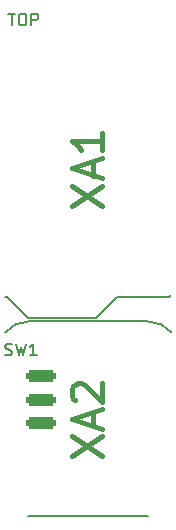
<source format=gto>
G04 #@! TF.GenerationSoftware,KiCad,Pcbnew,7.0.6*
G04 #@! TF.CreationDate,2023-09-07T09:30:42-03:00*
G04 #@! TF.ProjectId,Lift Switch,4c696674-2053-4776-9974-63682e6b6963,rev?*
G04 #@! TF.SameCoordinates,Original*
G04 #@! TF.FileFunction,Legend,Top*
G04 #@! TF.FilePolarity,Positive*
%FSLAX46Y46*%
G04 Gerber Fmt 4.6, Leading zero omitted, Abs format (unit mm)*
G04 Created by KiCad (PCBNEW 7.0.6) date 2023-09-07 09:30:42*
%MOMM*%
%LPD*%
G01*
G04 APERTURE LIST*
G04 Aperture macros list*
%AMRoundRect*
0 Rectangle with rounded corners*
0 $1 Rounding radius*
0 $2 $3 $4 $5 $6 $7 $8 $9 X,Y pos of 4 corners*
0 Add a 4 corners polygon primitive as box body*
4,1,4,$2,$3,$4,$5,$6,$7,$8,$9,$2,$3,0*
0 Add four circle primitives for the rounded corners*
1,1,$1+$1,$2,$3*
1,1,$1+$1,$4,$5*
1,1,$1+$1,$6,$7*
1,1,$1+$1,$8,$9*
0 Add four rect primitives between the rounded corners*
20,1,$1+$1,$2,$3,$4,$5,0*
20,1,$1+$1,$4,$5,$6,$7,0*
20,1,$1+$1,$6,$7,$8,$9,0*
20,1,$1+$1,$8,$9,$2,$3,0*%
%AMOutline5P*
0 Free polygon, 5 corners , with rotation*
0 The origin of the aperture is its center*
0 number of corners: always 5*
0 $1 to $10 corner X, Y*
0 $11 Rotation angle, in degrees counterclockwise*
0 create outline with 5 corners*
4,1,5,$1,$2,$3,$4,$5,$6,$7,$8,$9,$10,$1,$2,$11*%
%AMOutline6P*
0 Free polygon, 6 corners , with rotation*
0 The origin of the aperture is its center*
0 number of corners: always 6*
0 $1 to $12 corner X, Y*
0 $13 Rotation angle, in degrees counterclockwise*
0 create outline with 6 corners*
4,1,6,$1,$2,$3,$4,$5,$6,$7,$8,$9,$10,$11,$12,$1,$2,$13*%
%AMOutline7P*
0 Free polygon, 7 corners , with rotation*
0 The origin of the aperture is its center*
0 number of corners: always 7*
0 $1 to $14 corner X, Y*
0 $15 Rotation angle, in degrees counterclockwise*
0 create outline with 7 corners*
4,1,7,$1,$2,$3,$4,$5,$6,$7,$8,$9,$10,$11,$12,$13,$14,$1,$2,$15*%
%AMOutline8P*
0 Free polygon, 8 corners , with rotation*
0 The origin of the aperture is its center*
0 number of corners: always 8*
0 $1 to $16 corner X, Y*
0 $17 Rotation angle, in degrees counterclockwise*
0 create outline with 8 corners*
4,1,8,$1,$2,$3,$4,$5,$6,$7,$8,$9,$10,$11,$12,$13,$14,$15,$16,$1,$2,$17*%
G04 Aperture macros list end*
%ADD10C,0.150000*%
%ADD11C,0.381000*%
%ADD12C,1.930400*%
%ADD13Outline8P,-0.965200X0.482600X-0.482600X0.965200X0.482600X0.965200X0.965200X0.482600X0.965200X-0.482600X0.482600X-0.965200X-0.482600X-0.965200X-0.965200X-0.482600X270.000000*%
%ADD14C,1.778000*%
%ADD15C,3.200000*%
%ADD16C,2.200000*%
%ADD17C,1.800000*%
%ADD18C,2.800000*%
%ADD19RoundRect,0.250000X-1.000000X-0.250000X1.000000X-0.250000X1.000000X0.250000X-1.000000X0.250000X0*%
%ADD20C,1.600000*%
%ADD21O,1.600000X1.600000*%
%ADD22R,1.600000X1.600000*%
%ADD23O,2.000000X1.000000*%
%ADD24C,2.000000*%
%ADD25C,2.300000*%
%ADD26O,1.500000X2.000000*%
G04 APERTURE END LIST*
D10*
X141655779Y-104043385D02*
G75*
G03*
X139700000Y-103124000I-1954779J-1618415D01*
G01*
X129540000Y-103123974D02*
G75*
G03*
X127584201Y-104043369I-1000J-2537826D01*
G01*
X129540000Y-102870000D02*
X127762000Y-101092000D01*
X129540000Y-103124000D02*
X139700000Y-103124000D01*
X135255000Y-102870000D02*
X129540000Y-102870000D01*
X127762000Y-101092000D02*
X127584200Y-101092000D01*
X141478000Y-101092000D02*
X137033000Y-101092000D01*
X137033000Y-101092000D02*
X135255000Y-102870000D01*
X141478000Y-101092000D02*
X141655800Y-100914200D01*
X129540000Y-119634000D02*
X139700000Y-119634000D01*
X127849476Y-77051819D02*
X128420904Y-77051819D01*
X128135190Y-78051819D02*
X128135190Y-77051819D01*
X128944714Y-77051819D02*
X129135190Y-77051819D01*
X129135190Y-77051819D02*
X129230428Y-77099438D01*
X129230428Y-77099438D02*
X129325666Y-77194676D01*
X129325666Y-77194676D02*
X129373285Y-77385152D01*
X129373285Y-77385152D02*
X129373285Y-77718485D01*
X129373285Y-77718485D02*
X129325666Y-77908961D01*
X129325666Y-77908961D02*
X129230428Y-78004200D01*
X129230428Y-78004200D02*
X129135190Y-78051819D01*
X129135190Y-78051819D02*
X128944714Y-78051819D01*
X128944714Y-78051819D02*
X128849476Y-78004200D01*
X128849476Y-78004200D02*
X128754238Y-77908961D01*
X128754238Y-77908961D02*
X128706619Y-77718485D01*
X128706619Y-77718485D02*
X128706619Y-77385152D01*
X128706619Y-77385152D02*
X128754238Y-77194676D01*
X128754238Y-77194676D02*
X128849476Y-77099438D01*
X128849476Y-77099438D02*
X128944714Y-77051819D01*
X129801857Y-78051819D02*
X129801857Y-77051819D01*
X129801857Y-77051819D02*
X130182809Y-77051819D01*
X130182809Y-77051819D02*
X130278047Y-77099438D01*
X130278047Y-77099438D02*
X130325666Y-77147057D01*
X130325666Y-77147057D02*
X130373285Y-77242295D01*
X130373285Y-77242295D02*
X130373285Y-77385152D01*
X130373285Y-77385152D02*
X130325666Y-77480390D01*
X130325666Y-77480390D02*
X130278047Y-77528009D01*
X130278047Y-77528009D02*
X130182809Y-77575628D01*
X130182809Y-77575628D02*
X129801857Y-77575628D01*
D11*
X133235240Y-114523761D02*
X135775240Y-112830428D01*
X133235240Y-112830428D02*
X135775240Y-114523761D01*
X135049526Y-111983761D02*
X135049526Y-110774237D01*
X135775240Y-112225666D02*
X133235240Y-111378999D01*
X133235240Y-111378999D02*
X135775240Y-110532332D01*
X133477145Y-109806618D02*
X133356192Y-109685666D01*
X133356192Y-109685666D02*
X133235240Y-109443761D01*
X133235240Y-109443761D02*
X133235240Y-108838999D01*
X133235240Y-108838999D02*
X133356192Y-108597094D01*
X133356192Y-108597094D02*
X133477145Y-108476142D01*
X133477145Y-108476142D02*
X133719049Y-108355189D01*
X133719049Y-108355189D02*
X133960954Y-108355189D01*
X133960954Y-108355189D02*
X134323811Y-108476142D01*
X134323811Y-108476142D02*
X135775240Y-109927570D01*
X135775240Y-109927570D02*
X135775240Y-108355189D01*
X133235240Y-93314761D02*
X135775240Y-91621428D01*
X133235240Y-91621428D02*
X135775240Y-93314761D01*
X135049526Y-90774761D02*
X135049526Y-89565237D01*
X135775240Y-91016666D02*
X133235240Y-90169999D01*
X133235240Y-90169999D02*
X135775240Y-89323332D01*
X135775240Y-87146189D02*
X135775240Y-88597618D01*
X135775240Y-87871904D02*
X133235240Y-87871904D01*
X133235240Y-87871904D02*
X133598097Y-88113808D01*
X133598097Y-88113808D02*
X133840002Y-88355713D01*
X133840002Y-88355713D02*
X133960954Y-88597618D01*
D10*
X127571667Y-105944200D02*
X127714524Y-105991819D01*
X127714524Y-105991819D02*
X127952619Y-105991819D01*
X127952619Y-105991819D02*
X128047857Y-105944200D01*
X128047857Y-105944200D02*
X128095476Y-105896580D01*
X128095476Y-105896580D02*
X128143095Y-105801342D01*
X128143095Y-105801342D02*
X128143095Y-105706104D01*
X128143095Y-105706104D02*
X128095476Y-105610866D01*
X128095476Y-105610866D02*
X128047857Y-105563247D01*
X128047857Y-105563247D02*
X127952619Y-105515628D01*
X127952619Y-105515628D02*
X127762143Y-105468009D01*
X127762143Y-105468009D02*
X127666905Y-105420390D01*
X127666905Y-105420390D02*
X127619286Y-105372771D01*
X127619286Y-105372771D02*
X127571667Y-105277533D01*
X127571667Y-105277533D02*
X127571667Y-105182295D01*
X127571667Y-105182295D02*
X127619286Y-105087057D01*
X127619286Y-105087057D02*
X127666905Y-105039438D01*
X127666905Y-105039438D02*
X127762143Y-104991819D01*
X127762143Y-104991819D02*
X128000238Y-104991819D01*
X128000238Y-104991819D02*
X128143095Y-105039438D01*
X128476429Y-104991819D02*
X128714524Y-105991819D01*
X128714524Y-105991819D02*
X128905000Y-105277533D01*
X128905000Y-105277533D02*
X129095476Y-105991819D01*
X129095476Y-105991819D02*
X129333572Y-104991819D01*
X130238333Y-105991819D02*
X129666905Y-105991819D01*
X129952619Y-105991819D02*
X129952619Y-104991819D01*
X129952619Y-104991819D02*
X129857381Y-105134676D01*
X129857381Y-105134676D02*
X129762143Y-105229914D01*
X129762143Y-105229914D02*
X129666905Y-105277533D01*
%LPC*%
D12*
X140970000Y-105664000D03*
X140970000Y-108204000D03*
D13*
X140970000Y-110744000D03*
D14*
X140970000Y-113284000D03*
X138430000Y-113284000D03*
D15*
X139700000Y-117094000D03*
D16*
X128524000Y-82677000D03*
X140716000Y-82677000D03*
D17*
X128270000Y-85090000D03*
X128270000Y-87630000D03*
X128270000Y-90170000D03*
X128270000Y-92710000D03*
X128270000Y-95250000D03*
X140970000Y-95250000D03*
X140970000Y-92710000D03*
X140970000Y-90170000D03*
X140970000Y-87630000D03*
X140970000Y-85090000D03*
D18*
X140335000Y-99060000D03*
X128905000Y-99060000D03*
D19*
X130650000Y-107744000D03*
X130650000Y-111744000D03*
X130650000Y-109744000D03*
D20*
X138430000Y-96012000D03*
D21*
X130810000Y-96012000D03*
D22*
X130820000Y-92969000D03*
D21*
X130820000Y-90429000D03*
X138440000Y-90429000D03*
X138440000Y-92969000D03*
D23*
X134620000Y-118924000D03*
X134620000Y-121424000D03*
X134620000Y-116424000D03*
D24*
X133527000Y-104866000D03*
X133527000Y-100366000D03*
D25*
X136027000Y-99116000D03*
X136027000Y-106116000D03*
D26*
X131870000Y-87700000D03*
X136120000Y-82400000D03*
X137370000Y-87700000D03*
%LPD*%
M02*

</source>
